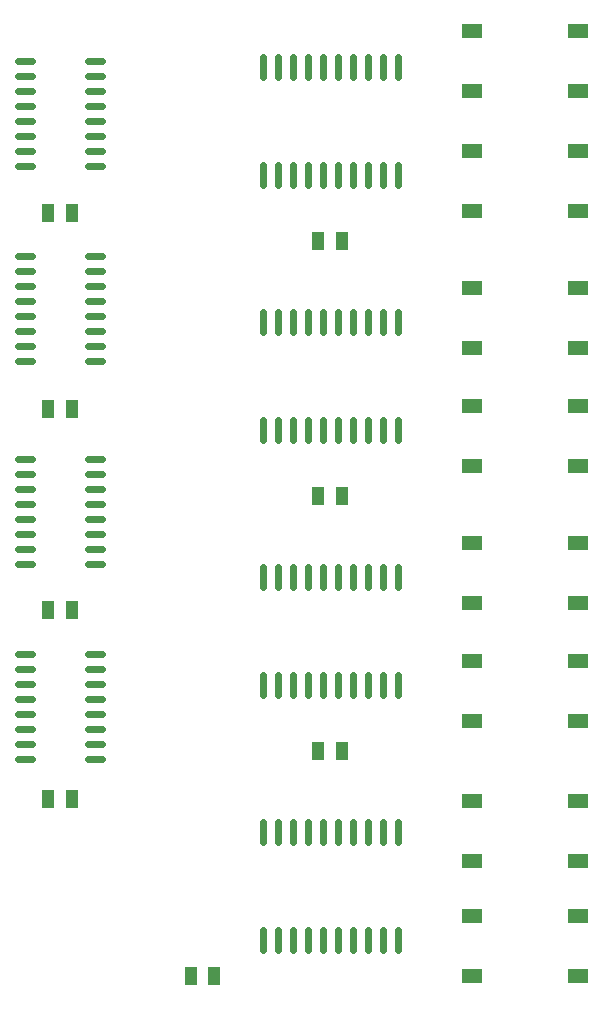
<source format=gtp>
G04 Layer: TopPasteMaskLayer*
G04 EasyEDA v6.4.7, 2020-11-03T11:19:35+01:00*
G04 ee31f35cb8c4481c9aeb6db220abaf82,9bd7e35f881f4a88a1d5770e7942d247,10*
G04 Gerber Generator version 0.2*
G04 Scale: 100 percent, Rotated: No, Reflected: No *
G04 Dimensions in millimeters *
G04 leading zeros omitted , absolute positions ,3 integer and 3 decimal *
%FSLAX33Y33*%
%MOMM*%
G90*
D02*

%ADD14C,0.599999*%
%ADD17R,0.999998X1.550010*%
%ADD18R,1.799996X1.199998*%

%LPD*%
G54D14*
G01X36363Y84987D02*
G01X35163Y84987D01*
G01X36363Y83717D02*
G01X35163Y83717D01*
G01X36363Y82447D02*
G01X35163Y82447D01*
G01X36363Y81177D02*
G01X35163Y81177D01*
G01X36363Y79907D02*
G01X35163Y79907D01*
G01X36363Y78637D02*
G01X35163Y78637D01*
G01X36363Y77367D02*
G01X35163Y77367D01*
G01X36363Y76097D02*
G01X35163Y76097D01*
G01X42306Y84987D02*
G01X41106Y84987D01*
G01X42306Y83717D02*
G01X41106Y83717D01*
G01X42306Y82447D02*
G01X41106Y82447D01*
G01X42306Y81177D02*
G01X41106Y81177D01*
G01X42306Y79907D02*
G01X41106Y79907D01*
G01X42306Y78637D02*
G01X41106Y78637D01*
G01X42306Y77367D02*
G01X41106Y77367D01*
G01X42306Y76097D02*
G01X41106Y76097D01*
G01X36363Y68477D02*
G01X35163Y68477D01*
G01X36363Y67207D02*
G01X35163Y67207D01*
G01X36363Y65937D02*
G01X35163Y65937D01*
G01X36363Y64667D02*
G01X35163Y64667D01*
G01X36363Y63397D02*
G01X35163Y63397D01*
G01X36363Y62127D02*
G01X35163Y62127D01*
G01X36363Y60857D02*
G01X35163Y60857D01*
G01X36363Y59587D02*
G01X35163Y59587D01*
G01X42306Y68477D02*
G01X41106Y68477D01*
G01X42306Y67207D02*
G01X41106Y67207D01*
G01X42306Y65937D02*
G01X41106Y65937D01*
G01X42306Y64667D02*
G01X41106Y64667D01*
G01X42306Y63397D02*
G01X41106Y63397D01*
G01X42306Y62127D02*
G01X41106Y62127D01*
G01X42306Y60857D02*
G01X41106Y60857D01*
G01X42306Y59587D02*
G01X41106Y59587D01*
G01X36363Y51332D02*
G01X35163Y51332D01*
G01X36363Y50062D02*
G01X35163Y50062D01*
G01X36363Y48792D02*
G01X35163Y48792D01*
G01X36363Y47522D02*
G01X35163Y47522D01*
G01X36363Y46252D02*
G01X35163Y46252D01*
G01X36363Y44982D02*
G01X35163Y44982D01*
G01X36363Y43712D02*
G01X35163Y43712D01*
G01X36363Y42442D02*
G01X35163Y42442D01*
G01X42306Y51332D02*
G01X41106Y51332D01*
G01X42306Y50062D02*
G01X41106Y50062D01*
G01X42306Y48792D02*
G01X41106Y48792D01*
G01X42306Y47522D02*
G01X41106Y47522D01*
G01X42306Y46252D02*
G01X41106Y46252D01*
G01X42306Y44982D02*
G01X41106Y44982D01*
G01X42306Y43712D02*
G01X41106Y43712D01*
G01X42306Y42442D02*
G01X41106Y42442D01*
G01X36363Y34822D02*
G01X35163Y34822D01*
G01X36363Y33552D02*
G01X35163Y33552D01*
G01X36363Y32282D02*
G01X35163Y32282D01*
G01X36363Y31012D02*
G01X35163Y31012D01*
G01X36363Y29742D02*
G01X35163Y29742D01*
G01X36363Y28472D02*
G01X35163Y28472D01*
G01X36363Y27202D02*
G01X35163Y27202D01*
G01X36363Y25932D02*
G01X35163Y25932D01*
G01X42306Y34822D02*
G01X41106Y34822D01*
G01X42306Y33552D02*
G01X41106Y33552D01*
G01X42306Y32282D02*
G01X41106Y32282D01*
G01X42306Y31012D02*
G01X41106Y31012D01*
G01X42306Y29742D02*
G01X41106Y29742D01*
G01X42306Y28472D02*
G01X41106Y28472D01*
G01X42306Y27202D02*
G01X41106Y27202D01*
G01X42306Y25932D02*
G01X41106Y25932D01*
G01X67310Y42127D02*
G01X67310Y40427D01*
G01X66040Y42127D02*
G01X66040Y40427D01*
G01X64770Y42127D02*
G01X64770Y40427D01*
G01X63500Y42127D02*
G01X63500Y40427D01*
G01X62230Y42127D02*
G01X62230Y40427D01*
G01X60960Y42127D02*
G01X60960Y40427D01*
G01X59690Y42127D02*
G01X59690Y40427D01*
G01X58420Y42127D02*
G01X58420Y40427D01*
G01X57150Y42127D02*
G01X57150Y40427D01*
G01X55880Y42127D02*
G01X55880Y40427D01*
G01X67310Y33027D02*
G01X67310Y31327D01*
G01X66040Y33027D02*
G01X66040Y31327D01*
G01X64770Y33027D02*
G01X64770Y31327D01*
G01X63500Y33027D02*
G01X63500Y31327D01*
G01X62230Y33027D02*
G01X62230Y31327D01*
G01X60960Y33027D02*
G01X60960Y31327D01*
G01X59690Y33027D02*
G01X59690Y31327D01*
G01X58420Y33027D02*
G01X58420Y31327D01*
G01X57150Y33027D02*
G01X57150Y31327D01*
G01X55880Y33027D02*
G01X55880Y31327D01*
G01X67310Y20537D02*
G01X67310Y18837D01*
G01X66040Y20537D02*
G01X66040Y18837D01*
G01X64770Y20537D02*
G01X64770Y18837D01*
G01X63500Y20537D02*
G01X63500Y18837D01*
G01X62230Y20537D02*
G01X62230Y18837D01*
G01X60960Y20537D02*
G01X60960Y18837D01*
G01X59690Y20537D02*
G01X59690Y18837D01*
G01X58420Y20537D02*
G01X58420Y18837D01*
G01X57150Y20537D02*
G01X57150Y18837D01*
G01X55880Y20537D02*
G01X55880Y18837D01*
G01X67310Y11437D02*
G01X67310Y9737D01*
G01X66040Y11437D02*
G01X66040Y9737D01*
G01X64770Y11437D02*
G01X64770Y9737D01*
G01X63500Y11437D02*
G01X63500Y9737D01*
G01X62230Y11437D02*
G01X62230Y9737D01*
G01X60960Y11437D02*
G01X60960Y9737D01*
G01X59690Y11437D02*
G01X59690Y9737D01*
G01X58420Y11437D02*
G01X58420Y9737D01*
G01X57150Y11437D02*
G01X57150Y9737D01*
G01X55880Y11437D02*
G01X55880Y9737D01*
G01X67310Y63717D02*
G01X67310Y62017D01*
G01X66040Y63717D02*
G01X66040Y62017D01*
G01X64770Y63717D02*
G01X64770Y62017D01*
G01X63500Y63717D02*
G01X63500Y62017D01*
G01X62230Y63717D02*
G01X62230Y62017D01*
G01X60960Y63717D02*
G01X60960Y62017D01*
G01X59690Y63717D02*
G01X59690Y62017D01*
G01X58420Y63717D02*
G01X58420Y62017D01*
G01X57150Y63717D02*
G01X57150Y62017D01*
G01X55880Y63717D02*
G01X55880Y62017D01*
G01X67310Y54617D02*
G01X67310Y52917D01*
G01X66040Y54617D02*
G01X66040Y52917D01*
G01X64770Y54617D02*
G01X64770Y52917D01*
G01X63500Y54617D02*
G01X63500Y52917D01*
G01X62230Y54617D02*
G01X62230Y52917D01*
G01X60960Y54617D02*
G01X60960Y52917D01*
G01X59690Y54617D02*
G01X59690Y52917D01*
G01X58420Y54617D02*
G01X58420Y52917D01*
G01X57150Y54617D02*
G01X57150Y52917D01*
G01X55880Y54617D02*
G01X55880Y52917D01*
G01X67310Y85307D02*
G01X67310Y83607D01*
G01X66040Y85307D02*
G01X66040Y83607D01*
G01X64770Y85307D02*
G01X64770Y83607D01*
G01X63500Y85307D02*
G01X63500Y83607D01*
G01X62230Y85307D02*
G01X62230Y83607D01*
G01X60960Y85307D02*
G01X60960Y83607D01*
G01X59690Y85307D02*
G01X59690Y83607D01*
G01X58420Y85307D02*
G01X58420Y83607D01*
G01X57150Y85307D02*
G01X57150Y83607D01*
G01X55880Y85307D02*
G01X55880Y83607D01*
G01X67310Y76207D02*
G01X67310Y74507D01*
G01X66040Y76207D02*
G01X66040Y74507D01*
G01X64770Y76207D02*
G01X64770Y74507D01*
G01X63500Y76207D02*
G01X63500Y74507D01*
G01X62230Y76207D02*
G01X62230Y74507D01*
G01X60960Y76207D02*
G01X60960Y74507D01*
G01X59690Y76207D02*
G01X59690Y74507D01*
G01X58420Y76207D02*
G01X58420Y74507D01*
G01X57150Y76207D02*
G01X57150Y74507D01*
G01X55880Y76207D02*
G01X55880Y74507D01*
G36*
G01X37235Y72915D02*
G01X38235Y72915D01*
G01X38235Y71365D01*
G01X37235Y71365D01*
G01X37235Y72915D01*
G37*
G36*
G01X39234Y72915D02*
G01X40234Y72915D01*
G01X40234Y71365D01*
G01X39234Y71365D01*
G01X39234Y72915D01*
G37*
G36*
G01X60095Y48932D02*
G01X61095Y48932D01*
G01X61095Y47382D01*
G01X60095Y47382D01*
G01X60095Y48932D01*
G37*
G36*
G01X62094Y48932D02*
G01X63094Y48932D01*
G01X63094Y47382D01*
G01X62094Y47382D01*
G01X62094Y48932D01*
G37*
G36*
G01X60095Y27342D02*
G01X61095Y27342D01*
G01X61095Y25792D01*
G01X60095Y25792D01*
G01X60095Y27342D01*
G37*
G36*
G01X62094Y27342D02*
G01X63094Y27342D01*
G01X63094Y25792D01*
G01X62094Y25792D01*
G01X62094Y27342D01*
G37*
G36*
G01X49300Y8292D02*
G01X50300Y8292D01*
G01X50300Y6742D01*
G01X49300Y6742D01*
G01X49300Y8292D01*
G37*
G36*
G01X51299Y8292D02*
G01X52299Y8292D01*
G01X52299Y6742D01*
G01X51299Y6742D01*
G01X51299Y8292D01*
G37*
G54D17*
G01X39734Y22483D03*
G01X37735Y22483D03*
G01X39734Y55503D03*
G01X37735Y55503D03*
G01X39734Y38485D03*
G01X37735Y38485D03*
G36*
G01X60095Y70522D02*
G01X61095Y70522D01*
G01X61095Y68972D01*
G01X60095Y68972D01*
G01X60095Y70522D01*
G37*
G36*
G01X62094Y70522D02*
G01X63094Y70522D01*
G01X63094Y68972D01*
G01X62094Y68972D01*
G01X62094Y70522D01*
G37*
G54D18*
G01X82604Y17286D03*
G01X82604Y22386D03*
G01X73604Y22386D03*
G01X73604Y17286D03*
G01X82604Y39130D03*
G01X82604Y44230D03*
G01X73604Y44230D03*
G01X73604Y39130D03*
G01X82604Y72277D03*
G01X82604Y77377D03*
G01X73604Y77377D03*
G01X73604Y72277D03*
G01X82604Y7507D03*
G01X82604Y12607D03*
G01X73604Y12607D03*
G01X73604Y7507D03*
G01X82604Y60720D03*
G01X82604Y65820D03*
G01X73604Y65820D03*
G01X73604Y60720D03*
G01X82604Y29097D03*
G01X82604Y34197D03*
G01X73604Y34197D03*
G01X73604Y29097D03*
G01X82604Y50687D03*
G01X82604Y55787D03*
G01X73604Y55787D03*
G01X73604Y50687D03*
G01X82604Y82437D03*
G01X82604Y87537D03*
G01X73604Y87537D03*
G01X73604Y82437D03*
M00*
M02*

</source>
